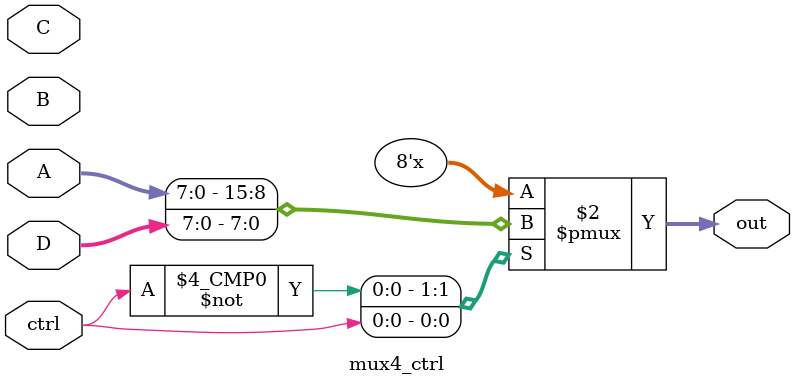
<source format=v>

module mux4_ctrl(
    input [7:0] A,
    input [7:0] B,
    input [7:0] C,
    input [7:0] D,
    input ctrl,
    output reg [7:0] out
);

always @ (A or B or C or D or ctrl) begin
    case(ctrl)
        1'b0: out = A;
        1'b1: out = D;
        default: out = 0; // out = 8'hZZ; // tri-state output
    endcase
end

endmodule
</source>
